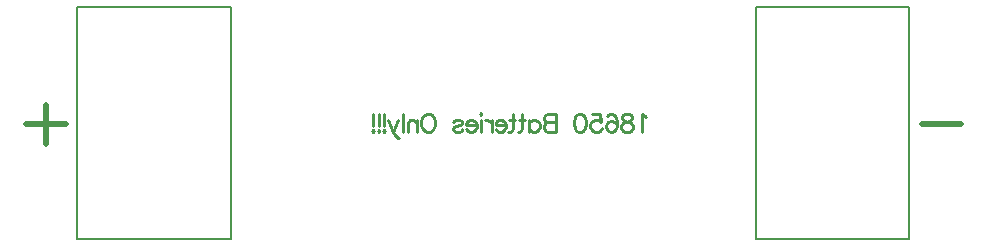
<source format=gbo>
G04*
G04 #@! TF.GenerationSoftware,Altium Limited,Altium Designer,22.9.1 (49)*
G04*
G04 Layer_Color=32896*
%FSLAX25Y25*%
%MOIN*%
G70*
G04*
G04 #@! TF.SameCoordinates,76B2CB67-AC7D-4B7C-BAB6-E888D97DABA5*
G04*
G04*
G04 #@! TF.FilePolarity,Positive*
G04*
G01*
G75*
%ADD10C,0.01000*%
%ADD13C,0.00787*%
%ADD16C,0.01968*%
D10*
X227000Y41856D02*
X226429Y42141D01*
X225572Y42998D01*
Y37000D01*
X221173Y42998D02*
X222030Y42713D01*
X222315Y42141D01*
Y41570D01*
X222030Y40999D01*
X221458Y40713D01*
X220316Y40427D01*
X219459Y40142D01*
X218887Y39570D01*
X218602Y38999D01*
Y38142D01*
X218887Y37571D01*
X219173Y37285D01*
X220030Y37000D01*
X221173D01*
X222030Y37285D01*
X222315Y37571D01*
X222601Y38142D01*
Y38999D01*
X222315Y39570D01*
X221744Y40142D01*
X220887Y40427D01*
X219744Y40713D01*
X219173Y40999D01*
X218887Y41570D01*
Y42141D01*
X219173Y42713D01*
X220030Y42998D01*
X221173D01*
X213831Y42141D02*
X214117Y42713D01*
X214974Y42998D01*
X215545D01*
X216402Y42713D01*
X216974Y41856D01*
X217259Y40427D01*
Y38999D01*
X216974Y37857D01*
X216402Y37285D01*
X215545Y37000D01*
X215260D01*
X214403Y37285D01*
X213831Y37857D01*
X213546Y38713D01*
Y38999D01*
X213831Y39856D01*
X214403Y40427D01*
X215260Y40713D01*
X215545D01*
X216402Y40427D01*
X216974Y39856D01*
X217259Y38999D01*
X208804Y42998D02*
X211660D01*
X211946Y40427D01*
X211660Y40713D01*
X210804Y40999D01*
X209946D01*
X209090Y40713D01*
X208518Y40142D01*
X208233Y39285D01*
Y38713D01*
X208518Y37857D01*
X209090Y37285D01*
X209946Y37000D01*
X210804D01*
X211660Y37285D01*
X211946Y37571D01*
X212232Y38142D01*
X205176Y42998D02*
X206033Y42713D01*
X206604Y41856D01*
X206890Y40427D01*
Y39570D01*
X206604Y38142D01*
X206033Y37285D01*
X205176Y37000D01*
X204605D01*
X203748Y37285D01*
X203176Y38142D01*
X202891Y39570D01*
Y40427D01*
X203176Y41856D01*
X203748Y42713D01*
X204605Y42998D01*
X205176D01*
X196835D02*
Y37000D01*
Y42998D02*
X194264D01*
X193407Y42713D01*
X193122Y42427D01*
X192836Y41856D01*
Y41284D01*
X193122Y40713D01*
X193407Y40427D01*
X194264Y40142D01*
X196835D02*
X194264D01*
X193407Y39856D01*
X193122Y39570D01*
X192836Y38999D01*
Y38142D01*
X193122Y37571D01*
X193407Y37285D01*
X194264Y37000D01*
X196835D01*
X188066Y40999D02*
Y37000D01*
Y40142D02*
X188637Y40713D01*
X189208Y40999D01*
X190065D01*
X190636Y40713D01*
X191208Y40142D01*
X191493Y39285D01*
Y38713D01*
X191208Y37857D01*
X190636Y37285D01*
X190065Y37000D01*
X189208D01*
X188637Y37285D01*
X188066Y37857D01*
X185609Y42998D02*
Y38142D01*
X185323Y37285D01*
X184752Y37000D01*
X184181D01*
X186466Y40999D02*
X184466D01*
X182467Y42998D02*
Y38142D01*
X182181Y37285D01*
X181610Y37000D01*
X181038D01*
X183324Y40999D02*
X181324D01*
X180182Y39285D02*
X176754D01*
Y39856D01*
X177039Y40427D01*
X177325Y40713D01*
X177896Y40999D01*
X178753D01*
X179324Y40713D01*
X179896Y40142D01*
X180182Y39285D01*
Y38713D01*
X179896Y37857D01*
X179324Y37285D01*
X178753Y37000D01*
X177896D01*
X177325Y37285D01*
X176754Y37857D01*
X175468Y40999D02*
Y37000D01*
Y39285D02*
X175182Y40142D01*
X174611Y40713D01*
X174040Y40999D01*
X173183D01*
X172069Y42998D02*
X171783Y42713D01*
X171498Y42998D01*
X171783Y43284D01*
X172069Y42998D01*
X171783Y40999D02*
Y37000D01*
X170441Y39285D02*
X167013D01*
Y39856D01*
X167298Y40427D01*
X167584Y40713D01*
X168156Y40999D01*
X169012D01*
X169584Y40713D01*
X170155Y40142D01*
X170441Y39285D01*
Y38713D01*
X170155Y37857D01*
X169584Y37285D01*
X169012Y37000D01*
X168156D01*
X167584Y37285D01*
X167013Y37857D01*
X162585Y40142D02*
X162871Y40713D01*
X163728Y40999D01*
X164585D01*
X165442Y40713D01*
X165727Y40142D01*
X165442Y39570D01*
X164871Y39285D01*
X163442Y38999D01*
X162871Y38713D01*
X162585Y38142D01*
Y37857D01*
X162871Y37285D01*
X163728Y37000D01*
X164585D01*
X165442Y37285D01*
X165727Y37857D01*
X154901Y42998D02*
X155473Y42713D01*
X156044Y42141D01*
X156329Y41570D01*
X156615Y40713D01*
Y39285D01*
X156329Y38428D01*
X156044Y37857D01*
X155473Y37285D01*
X154901Y37000D01*
X153759D01*
X153187Y37285D01*
X152616Y37857D01*
X152330Y38428D01*
X152045Y39285D01*
Y40713D01*
X152330Y41570D01*
X152616Y42141D01*
X153187Y42713D01*
X153759Y42998D01*
X154901D01*
X150645Y40999D02*
Y37000D01*
Y39856D02*
X149788Y40713D01*
X149217Y40999D01*
X148360D01*
X147788Y40713D01*
X147503Y39856D01*
Y37000D01*
X145932Y42998D02*
Y37000D01*
X144389Y40999D02*
X142675Y37000D01*
X140961Y40999D02*
X142675Y37000D01*
X143246Y35857D01*
X143818Y35286D01*
X144389Y35000D01*
X144675D01*
X139676Y42998D02*
Y38999D01*
Y37571D02*
X139962Y37285D01*
X139676Y37000D01*
X139390Y37285D01*
X139676Y37571D01*
X137791Y42998D02*
Y38999D01*
Y37571D02*
X138076Y37285D01*
X137791Y37000D01*
X137505Y37285D01*
X137791Y37571D01*
X135905Y42998D02*
Y38999D01*
Y37571D02*
X136191Y37285D01*
X135905Y37000D01*
X135620Y37285D01*
X135905Y37571D01*
D13*
X314672Y1417D02*
X314672Y78583D01*
X263491Y78583D02*
X314672Y78583D01*
X263491Y1417D02*
X263491Y78583D01*
X263491Y1417D02*
X314672D01*
X37402Y1282D02*
Y78447D01*
Y1282D02*
X88583Y1282D01*
Y78447D01*
X37402D02*
X88583D01*
D16*
X332031Y39469D02*
X318912D01*
X33531Y39528D02*
X20412D01*
X26972Y46088D02*
Y32969D01*
M02*

</source>
